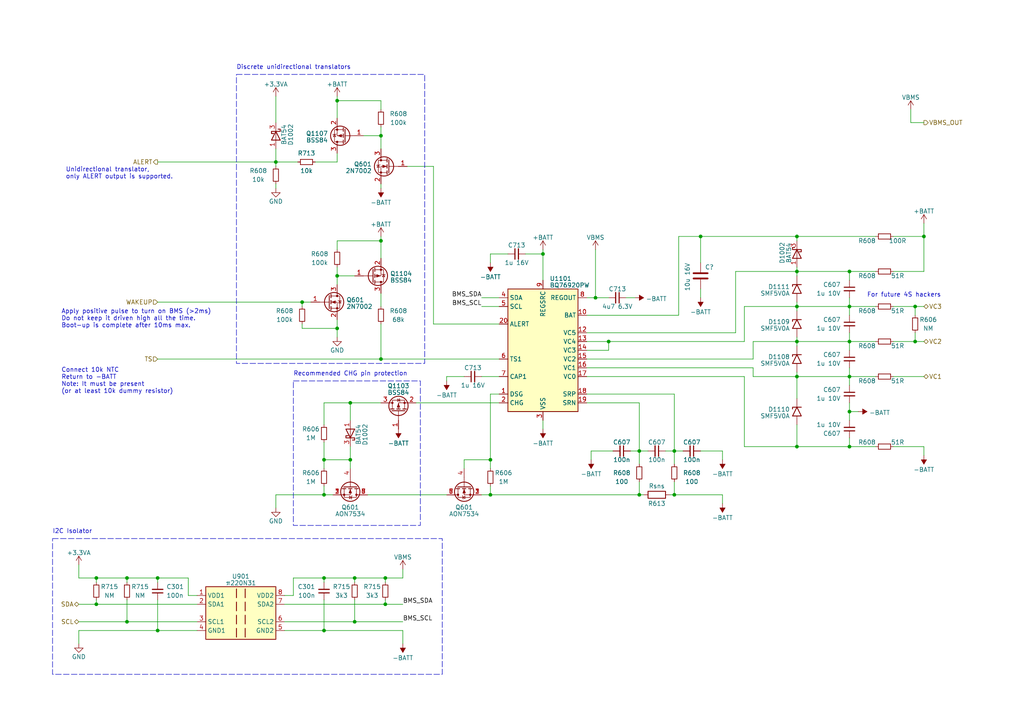
<source format=kicad_sch>
(kicad_sch (version 20230121) (generator eeschema)
  (paper "A4")
  (lib_symbols
    (symbol "Battery_Management:BQ76920PW"
      (property "Reference" "U" (at -10.16 19.05 0))
      (property "Value" "BQ76920PW" (at 12.7 19.05 0))
      (symbol "BQ76920PW_0_1"
        (rectangle (start -10.16 17.78) (end 10.16 -17.78) (stroke (width 0.254)) (fill (type background)))
      )
      (symbol "BQ76920PW_1_0"
        (pin input line (at 12.7 10.16 180) (length 2.54) (name "BAT") (number "10"))
        (pin no_connect line (at -2.54 -17.78 90) (length 2.54) hide (name "NC") (number "11"))
        (pin input line (at 12.7 5.08 180) (length 2.54) (name "VC5") (number "12"))
        (pin input line (at 12.7 2.54 180) (length 2.54) (name "VC4") (number "13"))
        (pin input line (at 12.7 0 180) (length 2.54) (name "VC3") (number "14"))
        (pin input line (at 12.7 -2.54 180) (length 2.54) (name "VC2") (number "15"))
        (pin input line (at 12.7 -5.08 180) (length 2.54) (name "VC1") (number "16"))
        (pin input line (at 12.7 -7.62 180) (length 2.54) (name "VC0") (number "17"))
        (pin input line (at 12.7 -12.7 180) (length 2.54) (name "SRP") (number "18"))
        (pin input line (at 12.7 -15.24 180) (length 2.54) (name "SRN") (number "19"))
        (pin bidirectional line (at -12.7 7.62 0) (length 2.54) (name "ALERT") (number "20"))
        (pin passive line (at -12.7 -2.54 0) (length 2.54) (name "TS1") (number "6"))
        (pin passive line (at -12.7 -7.62 0) (length 2.54) (name "CAP1") (number "7"))
        (pin power_out line (at 12.7 15.24 180) (length 2.54) (name "REGOUT") (number "8"))
        (pin power_in line (at 0 20.32 270) (length 2.54) (name "REGSRC") (number "9"))
      )
      (symbol "BQ76920PW_1_1"
        (pin output line (at -12.7 -12.7 0) (length 2.54) (name "DSG") (number "1"))
        (pin output line (at -12.7 -15.24 0) (length 2.54) (name "CHG") (number "2"))
        (pin power_in line (at 0 -20.32 90) (length 2.54) (name "VSS") (number "3"))
        (pin bidirectional line (at -12.7 15.24 0) (length 2.54) (name "SDA") (number "4"))
        (pin input line (at -12.7 12.7 0) (length 2.54) (name "SCL") (number "5"))
      )
    )
    (symbol "Device:C" (pin_numbers hide) (pin_names (offset 0.254))
      (property "Reference" "C" (at 0.635 2.54 0))
      (property "Value" "C" (at 0.635 -2.54 0))
      (symbol "C_0_1"
        (polyline (pts (xy -2.032 -0.762) (xy 2.032 -0.762)) (stroke (width 0.508)))
        (polyline (pts (xy -2.032 0.762) (xy 2.032 0.762)) (stroke (width 0.508)))
      )
      (symbol "C_1_1"
        (pin passive line (at 0 3.81 270) (length 2.794) (name "~") (number "1"))
        (pin passive line (at 0 -3.81 90) (length 2.794) (name "~") (number "2"))
      )
    )
    (symbol "Device:C_Small" (pin_numbers hide) (pin_names (offset 0.254) hide)
      (property "Reference" "C" (at 0.254 1.778 0))
      (property "Value" "C_Small" (at 0.254 -2.032 0))
      (symbol "C_Small_0_1"
        (polyline (pts (xy -1.524 -0.508) (xy 1.524 -0.508)) (stroke (width 0.3302)))
        (polyline (pts (xy -1.524 0.508) (xy 1.524 0.508)) (stroke (width 0.3048)))
      )
      (symbol "C_Small_1_1"
        (pin passive line (at 0 2.54 270) (length 2.032) (name "~") (number "1"))
        (pin passive line (at 0 -2.54 90) (length 2.032) (name "~") (number "2"))
      )
    )
    (symbol "Device:R" (pin_numbers hide) (pin_names (offset 0))
      (property "Reference" "R" (at 2.032 0 90))
      (property "Value" "R" (at 0 0 90))
      (symbol "R_0_1"
        (rectangle (start -1.016 -2.54) (end 1.016 2.54) (stroke (width 0.254)))
      )
      (symbol "R_1_1"
        (pin passive line (at 0 3.81 270) (length 1.27) (name "~") (number "1"))
        (pin passive line (at 0 -3.81 90) (length 1.27) (name "~") (number "2"))
      )
    )
    (symbol "Device:R_Small" (pin_numbers hide) (pin_names (offset 0.254) hide)
      (property "Reference" "R" (at 0.762 0.508 0))
      (property "Value" "R_Small" (at 0.762 -1.016 0))
      (symbol "R_Small_0_1"
        (rectangle (start -0.762 1.778) (end 0.762 -1.778) (stroke (width 0.2032)))
      )
      (symbol "R_Small_1_1"
        (pin passive line (at 0 2.54 270) (length 0.762) (name "~") (number "1"))
        (pin passive line (at 0 -2.54 90) (length 0.762) (name "~") (number "2"))
      )
    )
    (symbol "Diode:BAT54W" (pin_names (offset 1.016) hide)
      (property "Reference" "D" (at 0 2.54 0))
      (property "Value" "BAT54W" (at 0 -2.54 0))
      (symbol "BAT54W_0_1"
        (polyline (pts (xy 1.27 0) (xy -1.27 0)))
        (polyline (pts (xy 1.27 1.27) (xy 1.27 -1.27) (xy -1.27 0) (xy 1.27 1.27)) (stroke (width 0.254)))
        (polyline (pts (xy -1.905 0.635) (xy -1.905 1.27) (xy -1.27 1.27) (xy -1.27 -1.27) (xy -0.635 -1.27) (xy -0.635 -0.635)) (stroke (width 0.254)))
      )
      (symbol "BAT54W_1_1"
        (pin passive line (at 3.81 0 180) (length 2.54) (name "A") (number "1"))
        (pin no_connect line (at 0 0 90) (length 2.54) hide (name "NC") (number "2"))
        (pin passive line (at -3.81 0 0) (length 2.54) (name "K") (number "3"))
      )
    )
    (symbol "Diode:SMF5V0A" (pin_numbers hide) (pin_names (offset 1.016) hide)
      (property "Reference" "D" (at 0 2.54 0))
      (property "Value" "SMF5V0A" (at 0 -2.54 0))
      (symbol "SMF5V0A_0_1"
        (polyline (pts (xy -0.762 1.27) (xy -1.27 1.27) (xy -1.27 -1.27)) (stroke (width 0.254)))
        (polyline (pts (xy 1.27 1.27) (xy 1.27 -1.27) (xy -1.27 0) (xy 1.27 1.27)) (stroke (width 0.254)))
      )
      (symbol "SMF5V0A_1_1"
        (pin passive line (at -3.81 0 0) (length 2.54) (name "A1") (number "1"))
        (pin passive line (at 3.81 0 180) (length 2.54) (name "A2") (number "2"))
      )
    )
    (symbol "OpenUPS_ups:PAI220N31"
      (property "Reference" "U" (at 0 3.81 0))
      (property "Value" "π220N31" (at 0 1.27 0))
      (symbol "PAI220N31_0_1"
        (rectangle (start -10.16 0) (end 10.16 -15.24) (stroke (width 0.254)) (fill (type background)))
        (polyline (pts (xy -1.27 -12.065) (xy -1.27 -14.605)) (stroke (width 0.254)))
        (polyline (pts (xy -1.27 -8.255) (xy -1.27 -10.795)) (stroke (width 0.254)))
        (polyline (pts (xy -1.27 -4.445) (xy -1.27 -6.985)) (stroke (width 0.254)))
        (polyline (pts (xy -1.27 -0.635) (xy -1.27 -3.175)) (stroke (width 0.254)))
        (polyline (pts (xy 1.27 -12.065) (xy 1.27 -14.605)) (stroke (width 0.254)))
        (polyline (pts (xy 1.27 -8.255) (xy 1.27 -10.795)) (stroke (width 0.254)))
        (polyline (pts (xy 1.27 -4.445) (xy 1.27 -6.985)) (stroke (width 0.254)))
        (polyline (pts (xy 1.27 -0.635) (xy 1.27 -3.175)) (stroke (width 0.254)))
      )
      (symbol "PAI220N31_1_1"
        (pin power_in line (at -12.7 -2.54 0) (length 2.54) (name "VDD1") (number "1"))
        (pin bidirectional line (at -12.7 -5.08 0) (length 2.54) (name "SDA1") (number "2"))
        (pin bidirectional line (at -12.7 -10.16 0) (length 2.54) (name "SCL1") (number "3"))
        (pin power_in line (at -12.7 -12.7 0) (length 2.54) (name "GND1") (number "4"))
        (pin power_in line (at 12.7 -12.7 180) (length 2.54) (name "GND2") (number "5"))
        (pin bidirectional line (at 12.7 -10.16 180) (length 2.54) (name "SCL2") (number "6"))
        (pin bidirectional line (at 12.7 -5.08 180) (length 2.54) (name "SDA2") (number "7"))
        (pin power_in line (at 12.7 -2.54 180) (length 2.54) (name "VDD2") (number "8"))
      )
    )
    (symbol "Q_NMOS_GDS_1" (pin_names (offset 0) hide)
      (property "Reference" "Q406" (at 5.207 0.8347 0))
      (property "Value" "AON7534" (at 5.207 -1.7022 0))
      (symbol "Q_NMOS_GDS_1_0_1"
        (polyline (pts (xy 0.254 0) (xy -2.54 0)))
        (polyline (pts (xy 0.254 1.905) (xy 0.254 -1.905)) (stroke (width 0.254)))
        (polyline (pts (xy 0.762 -1.27) (xy 0.762 -2.286)) (stroke (width 0.254)))
        (polyline (pts (xy 0.762 0.508) (xy 0.762 -0.508)) (stroke (width 0.254)))
        (polyline (pts (xy 0.762 2.286) (xy 0.762 1.27)) (stroke (width 0.254)))
        (polyline (pts (xy 2.54 2.54) (xy 2.54 1.778)))
        (polyline (pts (xy 2.54 -2.54) (xy 2.54 0) (xy 0.762 0)))
        (polyline (pts (xy 0.762 -1.778) (xy 3.302 -1.778) (xy 3.302 1.778) (xy 0.762 1.778)))
        (polyline (pts (xy 1.016 0) (xy 2.032 0.381) (xy 2.032 -0.381) (xy 1.016 0)) (fill (type outline)))
        (polyline (pts (xy 2.794 0.508) (xy 2.921 0.381) (xy 3.683 0.381) (xy 3.81 0.254)))
        (polyline (pts (xy 3.302 0.381) (xy 2.921 -0.254) (xy 3.683 -0.254) (xy 3.302 0.381)))
        (circle (center 1.651 0) (radius 2.794) (stroke (width 0.254)))
        (circle (center 2.54 -1.778) (radius 0.254) (fill (type outline)))
        (circle (center 2.54 1.778) (radius 0.254) (fill (type outline)))
      )
      (symbol "Q_NMOS_GDS_1_1_1"
        (pin passive line (at 2.54 -5.08 90) (length 2.54) (name "S") (number "1"))
        (pin passive line (at 2.54 -5.08 90) (length 2.54) (name "S") (number "2"))
        (pin passive line (at 2.54 -5.08 90) (length 2.54) (name "S") (number "3"))
        (pin input line (at -5.08 0 0) (length 2.54) (name "G") (number "4"))
        (pin passive line (at 2.54 5.08 270) (length 2.54) (name "D") (number "5"))
        (pin passive line (at 2.54 5.08 270) (length 2.54) (name "D") (number "6"))
        (pin passive line (at 2.54 5.08 270) (length 2.54) (name "D") (number "7"))
        (pin passive line (at 2.54 5.08 270) (length 2.54) (name "D") (number "8"))
      )
    )
    (symbol "Transistor_FET:2N7002" (pin_names hide)
      (property "Reference" "Q" (at 5.08 1.905 0))
      (property "Value" "2N7002" (at 5.08 0 0))
      (symbol "2N7002_0_1"
        (polyline (pts (xy 0.254 0) (xy -2.54 0)))
        (polyline (pts (xy 0.254 1.905) (xy 0.254 -1.905)) (stroke (width 0.254)))
        (polyline (pts (xy 0.762 -1.27) (xy 0.762 -2.286)) (stroke (width 0.254)))
        (polyline (pts (xy 0.762 0.508) (xy 0.762 -0.508)) (stroke (width 0.254)))
        (polyline (pts (xy 0.762 2.286) (xy 0.762 1.27)) (stroke (width 0.254)))
        (polyline (pts (xy 2.54 2.54) (xy 2.54 1.778)))
        (polyline (pts (xy 2.54 -2.54) (xy 2.54 0) (xy 0.762 0)))
        (polyline (pts (xy 0.762 -1.778) (xy 3.302 -1.778) (xy 3.302 1.778) (xy 0.762 1.778)))
        (polyline (pts (xy 1.016 0) (xy 2.032 0.381) (xy 2.032 -0.381) (xy 1.016 0)) (fill (type outline)))
        (polyline (pts (xy 2.794 0.508) (xy 2.921 0.381) (xy 3.683 0.381) (xy 3.81 0.254)))
        (polyline (pts (xy 3.302 0.381) (xy 2.921 -0.254) (xy 3.683 -0.254) (xy 3.302 0.381)))
        (circle (center 1.651 0) (radius 2.794) (stroke (width 0.254)))
        (circle (center 2.54 -1.778) (radius 0.254) (fill (type outline)))
        (circle (center 2.54 1.778) (radius 0.254) (fill (type outline)))
      )
      (symbol "2N7002_1_1"
        (pin input line (at -5.08 0 0) (length 2.54) (name "G") (number "1"))
        (pin passive line (at 2.54 -5.08 90) (length 2.54) (name "S") (number "2"))
        (pin passive line (at 2.54 5.08 270) (length 2.54) (name "D") (number "3"))
      )
    )
    (symbol "Transistor_FET:BSS84" (pin_names hide)
      (property "Reference" "Q" (at 5.08 1.905 0))
      (property "Value" "BSS84" (at 5.08 0 0))
      (symbol "BSS84_0_1"
        (polyline (pts (xy 0.254 0) (xy -2.54 0)))
        (polyline (pts (xy 0.254 1.905) (xy 0.254 -1.905)) (stroke (width 0.254)))
        (polyline (pts (xy 0.762 -1.27) (xy 0.762 -2.286)) (stroke (width 0.254)))
        (polyline (pts (xy 0.762 0.508) (xy 0.762 -0.508)) (stroke (width 0.254)))
        (polyline (pts (xy 0.762 2.286) (xy 0.762 1.27)) (stroke (width 0.254)))
        (polyline (pts (xy 2.54 2.54) (xy 2.54 1.778)))
        (polyline (pts (xy 2.54 -2.54) (xy 2.54 0) (xy 0.762 0)))
        (polyline (pts (xy 0.762 1.778) (xy 3.302 1.778) (xy 3.302 -1.778) (xy 0.762 -1.778)))
        (polyline (pts (xy 2.286 0) (xy 1.27 0.381) (xy 1.27 -0.381) (xy 2.286 0)) (fill (type outline)))
        (polyline (pts (xy 2.794 -0.508) (xy 2.921 -0.381) (xy 3.683 -0.381) (xy 3.81 -0.254)))
        (polyline (pts (xy 3.302 -0.381) (xy 2.921 0.254) (xy 3.683 0.254) (xy 3.302 -0.381)))
        (circle (center 1.651 0) (radius 2.794) (stroke (width 0.254)))
        (circle (center 2.54 -1.778) (radius 0.254) (fill (type outline)))
        (circle (center 2.54 1.778) (radius 0.254) (fill (type outline)))
      )
      (symbol "BSS84_1_1"
        (pin input line (at -5.08 0 0) (length 2.54) (name "G") (number "1"))
        (pin passive line (at 2.54 -5.08 90) (length 2.54) (name "S") (number "2"))
        (pin passive line (at 2.54 5.08 270) (length 2.54) (name "D") (number "3"))
      )
    )
    (symbol "power:+3.3VA" (power) (pin_names (offset 0))
      (property "Value" "+3.3VA" (at 0 3.556 0))
      (symbol "+3.3VA_0_1"
        (polyline (pts (xy -0.762 1.27) (xy 0 2.54)))
        (polyline (pts (xy 0 0) (xy 0 2.54)))
        (polyline (pts (xy 0 2.54) (xy 0.762 1.27)))
      )
      (symbol "+3.3VA_1_1"
        (pin power_in line (at 0 0 90) (length 0) hide (name "+3.3VA") (number "1"))
      )
    )
    (symbol "power:+BATT" (power) (pin_names (offset 0))
      (property "Value" "+BATT" (at 0 3.556 0))
      (symbol "+BATT_0_1"
        (polyline (pts (xy -0.762 1.27) (xy 0 2.54)))
        (polyline (pts (xy 0 0) (xy 0 2.54)))
        (polyline (pts (xy 0 2.54) (xy 0.762 1.27)))
      )
      (symbol "+BATT_1_1"
        (pin power_in line (at 0 0 90) (length 0) hide (name "+BATT") (number "1"))
      )
    )
    (symbol "power:-BATT" (power) (pin_names (offset 0))
      (property "Value" "-BATT" (at 0 3.556 0))
      (symbol "-BATT_0_1"
        (polyline (pts (xy 0 0) (xy 0 2.54)))
        (polyline (pts (xy 0.762 1.27) (xy -0.762 1.27) (xy 0 2.54) (xy 0.762 1.27)) (fill (type outline)))
      )
      (symbol "-BATT_1_1"
        (pin power_in line (at 0 0 90) (length 0) hide (name "-BATT") (number "1"))
      )
    )
    (symbol "power:GND" (power) (pin_names (offset 0))
      (property "Value" "GND" (at 0 -3.81 0))
      (symbol "GND_0_1"
        (polyline (pts (xy 0 0) (xy 0 -1.27) (xy 1.27 -1.27) (xy 0 -2.54) (xy -1.27 -1.27) (xy 0 -1.27)))
      )
      (symbol "GND_1_1"
        (pin power_in line (at 0 0 270) (length 0) hide (name "GND") (number "1"))
      )
    )
    (symbol "power:VDD" (power) (pin_names (offset 0))
      (property "Value" "VBMS" (at 0 3.5019 0))
      (symbol "VDD_0_1"
        (polyline (pts (xy -0.762 1.27) (xy 0 2.54)))
        (polyline (pts (xy 0 0) (xy 0 2.54)))
        (polyline (pts (xy 0 2.54) (xy 0.762 1.27)))
      )
      (symbol "VDD_1_1"
        (pin power_in line (at 0 0 90) (length 0) hide (name "VBMS") (number "1"))
      )
    )
  )
  (junction (at 231.14 109.22))
  (junction (at 265.43 88.9))
  (junction (at 231.14 88.9))
  (junction (at 97.79 95.25))
  (junction (at 111.76 167.64))
  (junction (at 265.43 99.06))
  (junction (at 157.48 73.66))
  (junction (at 231.14 129.54))
  (junction (at 87.63 87.63))
  (junction (at 97.79 29.21))
  (junction (at 110.49 69.85))
  (junction (at 195.58 143.51))
  (junction (at 93.98 143.51))
  (junction (at 185.42 130.81))
  (junction (at 111.76 175.26))
  (junction (at 231.14 78.74))
  (junction (at 246.38 99.06))
  (junction (at 231.14 68.58))
  (junction (at 27.94 167.64))
  (junction (at 27.94 175.26))
  (junction (at 45.72 167.64))
  (junction (at 45.72 182.88))
  (junction (at 246.38 88.9))
  (junction (at 93.98 182.88))
  (junction (at 101.6 116.84))
  (junction (at 246.38 119.38))
  (junction (at 110.49 39.37))
  (junction (at 172.72 86.36))
  (junction (at 101.6 133.35))
  (junction (at 142.24 143.51))
  (junction (at 93.98 133.35))
  (junction (at 36.83 180.34))
  (junction (at 142.24 133.35))
  (junction (at 195.58 130.81))
  (junction (at 246.38 109.22))
  (junction (at 267.97 68.58))
  (junction (at 231.14 99.06))
  (junction (at 36.83 167.64))
  (junction (at 110.49 104.14))
  (junction (at 246.38 129.54))
  (junction (at 246.38 78.74))
  (junction (at 185.42 143.51))
  (junction (at 80.01 46.99))
  (junction (at 176.53 99.06))
  (junction (at 97.79 80.01))
  (junction (at 102.87 167.64))
  (junction (at 93.98 167.64))
  (junction (at 102.87 180.34))
  (junction (at 203.2 68.58))
  (wire (pts (xy 259.08 99.06) (xy 265.43 99.06)))
  (wire (pts (xy 246.38 119.38) (xy 246.38 121.92)))
  (wire (pts (xy 196.85 68.58) (xy 196.85 91.44)))
  (wire (pts (xy 97.79 46.99) (xy 97.79 44.45)))
  (wire (pts (xy 267.97 64.77) (xy 267.97 68.58)))
  (wire (pts (xy 102.87 80.01) (xy 97.79 80.01)))
  (wire (pts (xy 27.94 175.26) (xy 57.15 175.26)))
  (wire (pts (xy 45.72 182.88) (xy 57.15 182.88)))
  (wire (pts (xy 80.01 143.51) (xy 80.01 147.32)))
  (wire (pts (xy 157.48 121.92) (xy 157.48 124.46)))
  (wire (pts (xy 105.41 39.37) (xy 110.49 39.37)))
  (wire (pts (xy 181.61 86.36) (xy 184.15 86.36)))
  (wire (pts (xy 264.16 35.56) (xy 267.97 35.56)))
  (wire (pts (xy 80.01 27.94) (xy 80.01 35.56)))
  (wire (pts (xy 87.63 87.63) (xy 87.63 88.9)))
  (wire (pts (xy 97.79 92.71) (xy 97.79 95.25)))
  (wire (pts (xy 265.43 99.06) (xy 267.97 99.06)))
  (wire (pts (xy 93.98 167.64) (xy 85.09 167.64)))
  (wire (pts (xy 111.76 168.91) (xy 111.76 167.64)))
  (wire (pts (xy 213.36 96.52) (xy 213.36 78.74)))
  (wire (pts (xy 110.49 69.85) (xy 110.49 74.93)))
  (wire (pts (xy 110.49 31.75) (xy 110.49 29.21)))
  (wire (pts (xy 85.09 172.72) (xy 82.55 172.72)))
  (wire (pts (xy 125.73 48.26) (xy 125.73 93.98)))
  (wire (pts (xy 215.9 109.22) (xy 215.9 129.54)))
  (wire (pts (xy 111.76 167.64) (xy 102.87 167.64)))
  (wire (pts (xy 176.53 99.06) (xy 176.53 101.6)))
  (wire (pts (xy 101.6 133.35) (xy 101.6 129.54)))
  (wire (pts (xy 97.79 80.01) (xy 97.79 82.55)))
  (wire (pts (xy 93.98 135.89) (xy 93.98 133.35)))
  (wire (pts (xy 203.2 68.58) (xy 203.2 76.2)))
  (wire (pts (xy 87.63 95.25) (xy 97.79 95.25)))
  (wire (pts (xy 195.58 143.51) (xy 209.55 143.51)))
  (wire (pts (xy 246.38 116.84) (xy 246.38 119.38)))
  (wire (pts (xy 139.7 109.22) (xy 144.78 109.22)))
  (wire (pts (xy 91.44 46.99) (xy 97.79 46.99)))
  (wire (pts (xy 93.98 182.88) (xy 82.55 182.88)))
  (wire (pts (xy 97.79 29.21) (xy 97.79 34.29)))
  (wire (pts (xy 195.58 130.81) (xy 193.04 130.81)))
  (wire (pts (xy 185.42 139.7) (xy 185.42 143.51)))
  (wire (pts (xy 231.14 78.74) (xy 246.38 78.74)))
  (wire (pts (xy 172.72 86.36) (xy 176.53 86.36)))
  (wire (pts (xy 45.72 104.14) (xy 110.49 104.14)))
  (wire (pts (xy 139.7 86.36) (xy 144.78 86.36)))
  (wire (pts (xy 102.87 180.34) (xy 82.55 180.34)))
  (wire (pts (xy 264.16 31.75) (xy 264.16 35.56)))
  (wire (pts (xy 246.38 129.54) (xy 254 129.54)))
  (wire (pts (xy 45.72 46.99) (xy 80.01 46.99)))
  (wire (pts (xy 259.08 68.58) (xy 267.97 68.58)))
  (wire (pts (xy 101.6 116.84) (xy 110.49 116.84)))
  (wire (pts (xy 93.98 173.99) (xy 93.98 182.88)))
  (wire (pts (xy 215.9 99.06) (xy 215.9 88.9)))
  (wire (pts (xy 195.58 130.81) (xy 195.58 134.62)))
  (wire (pts (xy 134.62 135.89) (xy 134.62 133.35)))
  (wire (pts (xy 195.58 114.3) (xy 170.18 114.3)))
  (wire (pts (xy 218.44 104.14) (xy 218.44 99.06)))
  (wire (pts (xy 45.72 87.63) (xy 87.63 87.63)))
  (wire (pts (xy 87.63 87.63) (xy 90.17 87.63)))
  (wire (pts (xy 36.83 173.99) (xy 36.83 180.34)))
  (wire (pts (xy 177.8 130.81) (xy 171.45 130.81)))
  (wire (pts (xy 139.7 88.9) (xy 144.78 88.9)))
  (wire (pts (xy 110.49 104.14) (xy 144.78 104.14)))
  (wire (pts (xy 101.6 121.92) (xy 101.6 116.84)))
  (wire (pts (xy 45.72 167.64) (xy 54.61 167.64)))
  (wire (pts (xy 142.24 76.2) (xy 142.24 73.66)))
  (wire (pts (xy 259.08 88.9) (xy 265.43 88.9)))
  (wire (pts (xy 231.14 88.9) (xy 246.38 88.9)))
  (wire (pts (xy 80.01 46.99) (xy 80.01 43.18)))
  (wire (pts (xy 102.87 173.99) (xy 102.87 180.34)))
  (wire (pts (xy 265.43 96.52) (xy 265.43 99.06)))
  (wire (pts (xy 110.49 68.58) (xy 110.49 69.85)))
  (wire (pts (xy 231.14 99.06) (xy 246.38 99.06)))
  (wire (pts (xy 142.24 143.51) (xy 185.42 143.51)))
  (wire (pts (xy 111.76 167.64) (xy 116.84 167.64)))
  (wire (pts (xy 265.43 88.9) (xy 267.97 88.9)))
  (wire (pts (xy 22.86 182.88) (xy 22.86 186.69)))
  (wire (pts (xy 116.84 165.1) (xy 116.84 167.64)))
  (wire (pts (xy 87.63 93.98) (xy 87.63 95.25)))
  (wire (pts (xy 231.14 87.63) (xy 231.14 88.9)))
  (wire (pts (xy 110.49 39.37) (xy 110.49 36.83)))
  (wire (pts (xy 231.14 109.22) (xy 231.14 115.57)))
  (wire (pts (xy 203.2 130.81) (xy 209.55 130.81)))
  (wire (pts (xy 36.83 168.91) (xy 36.83 167.64)))
  (wire (pts (xy 187.96 130.81) (xy 185.42 130.81)))
  (wire (pts (xy 231.14 107.95) (xy 231.14 109.22)))
  (wire (pts (xy 142.24 133.35) (xy 134.62 133.35)))
  (wire (pts (xy 102.87 168.91) (xy 102.87 167.64)))
  (wire (pts (xy 97.79 69.85) (xy 110.49 69.85)))
  (wire (pts (xy 218.44 109.22) (xy 231.14 109.22)))
  (wire (pts (xy 246.38 88.9) (xy 254 88.9)))
  (wire (pts (xy 36.83 180.34) (xy 57.15 180.34)))
  (wire (pts (xy 195.58 130.81) (xy 198.12 130.81)))
  (wire (pts (xy 246.38 99.06) (xy 246.38 101.6)))
  (wire (pts (xy 218.44 99.06) (xy 231.14 99.06)))
  (wire (pts (xy 97.79 80.01) (xy 97.79 77.47)))
  (wire (pts (xy 231.14 99.06) (xy 231.14 100.33)))
  (wire (pts (xy 97.79 27.94) (xy 97.79 29.21)))
  (wire (pts (xy 157.48 72.39) (xy 157.48 73.66)))
  (wire (pts (xy 231.14 123.19) (xy 231.14 129.54)))
  (wire (pts (xy 97.79 72.39) (xy 97.79 69.85)))
  (wire (pts (xy 45.72 167.64) (xy 45.72 168.91)))
  (wire (pts (xy 215.9 129.54) (xy 231.14 129.54)))
  (wire (pts (xy 22.86 180.34) (xy 36.83 180.34)))
  (wire (pts (xy 259.08 109.22) (xy 267.97 109.22)))
  (wire (pts (xy 93.98 128.27) (xy 93.98 133.35)))
  (wire (pts (xy 27.94 167.64) (xy 36.83 167.64)))
  (wire (pts (xy 93.98 123.19) (xy 93.98 116.84)))
  (wire (pts (xy 110.49 85.09) (xy 110.49 88.9)))
  (wire (pts (xy 80.01 53.34) (xy 80.01 54.61)))
  (wire (pts (xy 185.42 143.51) (xy 186.69 143.51)))
  (wire (pts (xy 45.72 173.99) (xy 45.72 182.88)))
  (wire (pts (xy 182.88 130.81) (xy 185.42 130.81)))
  (wire (pts (xy 93.98 133.35) (xy 101.6 133.35)))
  (wire (pts (xy 267.97 68.58) (xy 267.97 78.74)))
  (wire (pts (xy 209.55 143.51) (xy 209.55 146.05)))
  (wire (pts (xy 157.48 81.28) (xy 157.48 73.66)))
  (wire (pts (xy 259.08 78.74) (xy 267.97 78.74)))
  (wire (pts (xy 176.53 99.06) (xy 215.9 99.06)))
  (wire (pts (xy 195.58 114.3) (xy 195.58 130.81)))
  (wire (pts (xy 170.18 104.14) (xy 218.44 104.14)))
  (wire (pts (xy 246.38 86.36) (xy 246.38 88.9)))
  (wire (pts (xy 85.09 167.64) (xy 85.09 172.72)))
  (wire (pts (xy 231.14 68.58) (xy 231.14 69.85)))
  (wire (pts (xy 111.76 175.26) (xy 82.55 175.26)))
  (wire (pts (xy 93.98 143.51) (xy 96.52 143.51)))
  (wire (pts (xy 170.18 106.68) (xy 218.44 106.68)))
  (wire (pts (xy 110.49 93.98) (xy 110.49 104.14)))
  (wire (pts (xy 246.38 119.38) (xy 248.92 119.38)))
  (wire (pts (xy 120.65 116.84) (xy 144.78 116.84)))
  (wire (pts (xy 231.14 109.22) (xy 246.38 109.22)))
  (wire (pts (xy 27.94 173.99) (xy 27.94 175.26)))
  (wire (pts (xy 97.79 95.25) (xy 97.79 97.79)))
  (wire (pts (xy 203.2 68.58) (xy 231.14 68.58)))
  (wire (pts (xy 129.54 109.22) (xy 134.62 109.22)))
  (wire (pts (xy 102.87 167.64) (xy 93.98 167.64)))
  (wire (pts (xy 152.4 73.66) (xy 157.48 73.66)))
  (wire (pts (xy 116.84 182.88) (xy 116.84 186.69)))
  (wire (pts (xy 142.24 114.3) (xy 144.78 114.3)))
  (wire (pts (xy 139.7 143.51) (xy 142.24 143.51)))
  (wire (pts (xy 259.08 129.54) (xy 267.97 129.54)))
  (wire (pts (xy 93.98 116.84) (xy 101.6 116.84)))
  (wire (pts (xy 54.61 172.72) (xy 57.15 172.72)))
  (wire (pts (xy 231.14 77.47) (xy 231.14 78.74)))
  (wire (pts (xy 246.38 106.68) (xy 246.38 109.22)))
  (wire (pts (xy 116.84 180.34) (xy 102.87 180.34)))
  (wire (pts (xy 215.9 88.9) (xy 231.14 88.9)))
  (wire (pts (xy 231.14 97.79) (xy 231.14 99.06)))
  (wire (pts (xy 194.31 143.51) (xy 195.58 143.51)))
  (wire (pts (xy 267.97 129.54) (xy 267.97 132.08)))
  (wire (pts (xy 213.36 78.74) (xy 231.14 78.74)))
  (wire (pts (xy 185.42 130.81) (xy 185.42 134.62)))
  (wire (pts (xy 171.45 130.81) (xy 171.45 133.35)))
  (wire (pts (xy 170.18 91.44) (xy 196.85 91.44)))
  (wire (pts (xy 22.86 163.83) (xy 22.86 167.64)))
  (wire (pts (xy 101.6 135.89) (xy 101.6 133.35)))
  (wire (pts (xy 116.84 175.26) (xy 111.76 175.26)))
  (wire (pts (xy 231.14 68.58) (xy 254 68.58)))
  (wire (pts (xy 196.85 68.58) (xy 203.2 68.58)))
  (wire (pts (xy 93.98 167.64) (xy 93.98 168.91)))
  (wire (pts (xy 231.14 129.54) (xy 246.38 129.54)))
  (wire (pts (xy 80.01 143.51) (xy 93.98 143.51)))
  (wire (pts (xy 27.94 168.91) (xy 27.94 167.64)))
  (wire (pts (xy 110.49 53.34) (xy 110.49 54.61)))
  (wire (pts (xy 172.72 86.36) (xy 172.72 72.39)))
  (wire (pts (xy 129.54 109.22) (xy 129.54 110.49)))
  (wire (pts (xy 185.42 116.84) (xy 170.18 116.84)))
  (wire (pts (xy 246.38 129.54) (xy 246.38 127)))
  (wire (pts (xy 209.55 130.81) (xy 209.55 133.35)))
  (wire (pts (xy 125.73 93.98) (xy 144.78 93.98)))
  (wire (pts (xy 125.73 48.26) (xy 118.11 48.26)))
  (wire (pts (xy 36.83 167.64) (xy 45.72 167.64)))
  (wire (pts (xy 265.43 88.9) (xy 265.43 91.44)))
  (wire (pts (xy 142.24 140.97) (xy 142.24 143.51)))
  (wire (pts (xy 80.01 46.99) (xy 80.01 48.26)))
  (wire (pts (xy 111.76 173.99) (xy 111.76 175.26)))
  (wire (pts (xy 142.24 73.66) (xy 147.32 73.66)))
  (wire (pts (xy 170.18 101.6) (xy 176.53 101.6)))
  (wire (pts (xy 110.49 29.21) (xy 97.79 29.21)))
  (wire (pts (xy 246.38 88.9) (xy 246.38 91.44)))
  (wire (pts (xy 203.2 86.36) (xy 203.2 83.82)))
  (wire (pts (xy 231.14 88.9) (xy 231.14 90.17)))
  (wire (pts (xy 246.38 109.22) (xy 254 109.22)))
  (wire (pts (xy 170.18 109.22) (xy 215.9 109.22)))
  (wire (pts (xy 246.38 96.52) (xy 246.38 99.06)))
  (wire (pts (xy 22.86 167.64) (xy 27.94 167.64)))
  (wire (pts (xy 142.24 133.35) (xy 142.24 114.3)))
  (wire (pts (xy 110.49 39.37) (xy 110.49 43.18)))
  (wire (pts (xy 22.86 175.26) (xy 27.94 175.26)))
  (wire (pts (xy 106.68 143.51) (xy 129.54 143.51)))
  (wire (pts (xy 246.38 78.74) (xy 246.38 81.28)))
  (wire (pts (xy 170.18 86.36) (xy 172.72 86.36)))
  (wire (pts (xy 116.84 182.88) (xy 93.98 182.88)))
  (wire (pts (xy 54.61 167.64) (xy 54.61 172.72)))
  (wire (pts (xy 231.14 78.74) (xy 231.14 80.01)))
  (wire (pts (xy 170.18 96.52) (xy 213.36 96.52)))
  (wire (pts (xy 246.38 78.74) (xy 254 78.74)))
  (wire (pts (xy 195.58 143.51) (xy 195.58 139.7)))
  (wire (pts (xy 218.44 106.68) (xy 218.44 109.22)))
  (wire (pts (xy 142.24 135.89) (xy 142.24 133.35)))
  (wire (pts (xy 93.98 140.97) (xy 93.98 143.51)))
  (wire (pts (xy 86.36 46.99) (xy 80.01 46.99)))
  (wire (pts (xy 170.18 99.06) (xy 176.53 99.06)))
  (wire (pts (xy 246.38 99.06) (xy 254 99.06)))
  (wire (pts (xy 185.42 116.84) (xy 185.42 130.81)))
  (wire (pts (xy 246.38 109.22) (xy 246.38 111.76)))
  (wire (pts (xy 22.86 182.88) (xy 45.72 182.88)))
  (rectangle (start 68.58 21.59) (end 123.19 105.41) (stroke (width 0) (type dash)))
  (rectangle (start 15.24 156.21) (end 128.27 195.58) (stroke (width 0) (type dash)))
  (rectangle (start 85.09 110.49) (end 121.92 152.4) (stroke (width 0) (type dash)))
  (text "For future 4S hackers" (at 251.46 86.36 0) (effects (font (size 1.27 1.27)) (justify left bottom)))
  (text "I2C Isolator" (at 15.24 154.94 0) (effects (font (size 1.27 1.27)) (justify left bottom)))
  (text "Discrete unidirectional translators" (at 68.58 20.32 0) (effects (font (size 1.27 1.27)) (justify left bottom)))
  (text "Connect 10k NTC\nReturn to -BATT\nNote: It must be present\n(or at least 10k dummy resistor)" (at 17.78 114.3 0) (effects (font (size 1.27 1.27)) (justify left bottom)))
  (text "Recommended CHG pin protection" (at 85.09 109.22 0) (effects (font (size 1.27 1.27)) (justify left bottom)))
  (text "Apply positive pulse to turn on BMS (>2ms)\nDo not keep it driven high all the time.\nBoot-up is complete after 10ms max." (at 17.78 95.25 0) (effects (font (size 1.27 1.27)) (justify left bottom)))
  (text "Unidirectional translator,\nonly ALERT output is supported." (at 19.05 52.07 0) (effects (font (size 1.27 1.27)) (justify left bottom)))
  (label "BMS_SDA" (at 116.84 175.26 0))
  (label "BMS_SCL" (at 116.84 180.34 0))
  (label "BMS_SDA" (at 139.7 86.36 180))
  (label "BMS_SCL" (at 139.7 88.9 180))
  (hierarchical_label "WAKEUP" (shape input) (at 45.72 87.63 180))
  (hierarchical_label "VC1" (shape bidirectional) (at 267.97 109.22 0))
  (hierarchical_label "TS" (shape input) (at 45.72 104.14 180))
  (hierarchical_label "VC2" (shape bidirectional) (at 267.97 99.06 0))
  (hierarchical_label "SDA" (shape bidirectional) (at 22.86 175.26 180))
  (hierarchical_label "ALERT" (shape output) (at 45.72 46.99 180))
  (hierarchical_label "VBMS_OUT" (shape output) (at 267.97 35.56 0))
  (hierarchical_label "VC3" (shape bidirectional) (at 267.97 88.9 0))
  (hierarchical_label "SCL" (shape bidirectional) (at 22.86 180.34 180))
  (symbol (lib_id "power:-BATT") (at 142.24 76.2 0) (mirror x) (unit 1)
    (property "Reference" "#PWR01111" (effects hide))
    (property "Value" "-BATT" (at 142.24 80.3355 0))
  )
  (symbol (lib_id "Device:R_Small") (at 185.42 137.16 0) (unit 1)
    (property "Reference" "R608" (at 180.34 137.16 0))
    (property "Value" "100" (at 180.34 139.7 0))
    (property "Footprint" "Resistor_SMD:R_0603_1608Metric" (effects hide))
    (instances (project "OpenUPS_ups" (path "" (reference "R608") (unit 1)) (path "" (reference "R308") (unit 1)) (path "" (reference "R1118") (unit 1))))
  )
  (symbol (lib_id "OpenUPS_ups:PAI220N31") (at 69.85 170.18 0) (unit 1)
    (property "Reference" "U901" (at 69.85 167.1701 0))
    (property "Value" "π220N31" (at 69.85 169.0911 0))
    (property "Footprint" "Package_SO:SO-8_3.9x4.9mm_P1.27mm" (effects hide))
    (property "Datasheet" "https://www.tme.eu/Document/b2dfe7c1441ab8d65542feb71da7e703/PAI22xN31.pdf" (effects hide))
    (property "Alt" "ADUM1250, ISO1640" (effects hide))
    (instances (project "OpenUPS_ups" (path "" (reference "U901") (unit 1)) (path "" (reference "U1102") (unit 1))))
  )
  (symbol (lib_id "Device:C_Small") (at 246.38 124.46 180) (unit 1)
    (property "Reference" "C607" (at 243.84 125.73 0) (effects (justify left)))
    (property "Value" "1u 10V" (at 243.84 123.19 0) (effects (justify left)))
    (property "Footprint" "Capacitor_SMD:C_0603_1608Metric" (effects hide))
    (instances (project "OpenUPS_ups" (path "" (reference "C607") (unit 1)) (path "" (reference "C307") (unit 1)) (path "" (reference "C1110") (unit 1))))
  )
  (symbol (lib_id "power:-BATT") (at 267.97 132.08 0) (mirror x) (unit 1)
    (property "Reference" "#PWR01117" (effects hide))
    (property "Value" "-BATT" (at 267.97 136.2155 0))
  )
  (symbol (lib_id "power:GND") (at 22.86 186.69 0) (unit 1)
    (property "Reference" "#PWR0102" (effects hide))
    (property "Value" "GND" (at 22.86 190.5 0))
    (instances (project "OpenUPS_ups" (path "" (reference "#PWR0102") (unit 1)) (path "" (reference "#PWR0505") (unit 1)) (path "" (reference "#PWR0902") (unit 1)) (path "" (reference "#PWR01107") (unit 1))))
  )
  (symbol (lib_id "power:-BATT") (at 157.48 124.46 0) (mirror x) (unit 1)
    (property "Reference" "#PWR01115" (effects hide))
    (property "Value" "-BATT" (at 157.48 128.5955 0))
  )
  (symbol (lib_id "Diode:BAT54W") (at 231.14 73.66 90) (mirror x) (unit 1)
    (property "Reference" "D1002" (at 226.8601 73.3425 0))
    (property "Value" "BAT54" (at 228.7811 73.3425 0))
    (property "Footprint" "Package_TO_SOT_SMD:SOT-23" (effects hide))
    (property "Datasheet" "https://assets.nexperia.com/documents/data-sheet/BAT54W_SER.pdf" (effects hide))
    (property "Alt" "BAT54C, BAT54S" (effects hide))
    (instances (project "OpenUPS_ups" (path "" (reference "D1002") (unit 1)) (path "" (reference "D501") (unit 1)) (path "" (reference "D1112") (unit 1))))
  )
  (symbol (lib_id "power:+3.3VA") (at 80.01 27.94 0) (mirror y) (unit 1)
    (property "Reference" "#PWR0102" (effects hide))
    (property "Value" "+3.3VA" (at 80.01 24.4381 0))
    (instances (project "OpenUPS_ups" (path "" (reference "#PWR0102") (unit 1)) (path "" (reference "#PWR0432") (unit 1)) (path "" (reference "#PWR0901") (unit 1)) (path "" (reference "#PWR01128") (unit 1))))
  )
  (symbol (lib_id "power:-BATT") (at 129.54 110.49 0) (mirror x) (unit 1)
    (property "Reference" "#PWR01123" (effects hide))
    (property "Value" "-BATT" (at 129.54 114.6255 0))
  )
  (symbol (lib_id "Device:C_Small") (at 246.38 93.98 0) (mirror y) (unit 1)
    (property "Reference" "C607" (at 243.84 92.71 0) (effects (justify left)))
    (property "Value" "1u 10V" (at 243.84 95.25 0) (effects (justify left)))
    (property "Footprint" "Capacitor_SMD:C_0603_1608Metric" (effects hide))
    (instances (project "OpenUPS_ups" (path "" (reference "C607") (unit 1)) (path "" (reference "C307") (unit 1)) (path "" (reference "C1107") (unit 1))))
  )
  (symbol (lib_id "power:VDD") (at 172.72 72.39 0) (mirror y) (unit 1)
    (property "Reference" "#PWR01110" (effects hide))
    (property "Value" "VBMS" (at 172.72 68.8881 0))
  )
  (symbol (lib_id "Device:R_Small") (at 142.24 138.43 0) (mirror x) (unit 1)
    (property "Reference" "R606" (at 146.05 137.16 0))
    (property "Value" "1M" (at 146.05 139.7 0))
    (property "Footprint" "Resistor_SMD:R_0603_1608Metric" (effects hide))
    (instances (project "OpenUPS_ups" (path "" (reference "R606") (unit 1)) (path "" (reference "R306") (unit 1)) (path "" (reference "R1119") (unit 1))))
  )
  (symbol (lib_id "Device:R_Small") (at 88.9 46.99 90) (mirror x) (unit 1)
    (property "Reference" "R713" (at 88.9 44.45 90))
    (property "Value" "10k" (at 88.9 49.53 90))
    (property "Footprint" "Resistor_SMD:R_0603_1608Metric" (effects hide))
    (instances (project "OpenUPS_ups" (path "" (reference "R713") (unit 1)) (path "" (reference "R408") (unit 1)) (path "" (reference "R411") (unit 1)) (path "" (reference "R1126") (unit 1))))
  )
  (symbol (lib_id "Device:C") (at 203.2 80.01 0) (mirror y) (unit 1)
    (property "Reference" "C?" (at 204.47 77.47 0) (effects (justify right)))
    (property "Value" "10u 16V" (at 199.39 76.2 90) (effects (justify right)))
    (property "Footprint" "Capacitor_SMD:C_1206_3216Metric" (effects hide))
    (instances (project "OpenUPS_ups" (path "" (reference "C?") (unit 1)) (path "" (reference "C416") (unit 1)) (path "" (reference "C1105") (unit 1))))
  )
  (symbol (lib_id "Device:R_Small") (at 111.76 171.45 180) (unit 1)
    (property "Reference" "R715" (at 107.95 170.18 0))
    (property "Value" "3k3" (at 107.95 172.72 0))
    (property "Footprint" "Resistor_SMD:R_0603_1608Metric" (effects hide))
    (instances (project "OpenUPS_ups" (path "" (reference "R715") (unit 1)) (path "" (reference "R413") (unit 1)) (path "" (reference "R438") (unit 1)) (path "" (reference "R901") (unit 1)) (path "" (reference "R1106") (unit 1))))
  )
  (symbol (lib_id "Device:R_Small") (at 256.54 99.06 90) (unit 1)
    (property "Reference" "R608" (at 251.46 100.33 90))
    (property "Value" "51R" (at 260.35 100.33 90))
    (property "Footprint" "Resistor_SMD:R_0603_1608Metric" (effects hide))
    (instances (project "OpenUPS_ups" (path "" (reference "R608") (unit 1)) (path "" (reference "R308") (unit 1)) (path "" (reference "R1114") (unit 1))))
  )
  (symbol (lib_id "Transistor_FET:BSS84") (at 107.95 80.01 0) (mirror x) (unit 1)
    (property "Reference" "Q1104" (at 113.1569 79.3663 0) (effects (justify left)))
    (property "Value" "BSS84" (at 113.1569 81.2873 0) (effects (justify left)))
    (property "Footprint" "Package_TO_SOT_SMD:SOT-23" (effects hide))
    (property "Datasheet" "http://assets.nexperia.com/documents/data-sheet/BSS84.pdf" (effects hide))
  )
  (symbol (lib_id "Diode:SMF5V0A") (at 231.14 93.98 90) (mirror x) (unit 1)
    (property "Reference" "D1109" (at 229.108 93.3363 90) (effects (justify left)))
    (property "Value" "SMF5V0A" (at 229.108 95.2573 90) (effects (justify left)))
    (property "Footprint" "Diode_SMD:D_SMF" (effects hide))
    (property "Datasheet" "https://www.vishay.com/doc?85881" (effects hide))
  )
  (symbol (lib_id "Device:R_Small") (at 195.58 137.16 0) (unit 1)
    (property "Reference" "R608" (at 200.66 137.16 0))
    (property "Value" "100" (at 200.66 139.7 0))
    (property "Footprint" "Resistor_SMD:R_0603_1608Metric" (effects hide))
    (instances (project "OpenUPS_ups" (path "" (reference "R608") (unit 1)) (path "" (reference "R308") (unit 1)) (path "" (reference "R1117") (unit 1))))
  )
  (symbol (lib_id "Battery_Management:BQ76920PW") (at 157.48 101.6 0) (unit 1)
    (property "Reference" "U1101" (at 159.4359 80.8101 0) (effects (justify left)))
    (property "Value" "BQ76920PW" (at 159.4359 82.7311 0) (effects (justify left)))
    (property "Footprint" "Package_SO:TSSOP-20_4.4x6.5mm_P0.65mm" (effects hide))
    (property "Datasheet" "http://www.ti.com/lit/ds/symlink/bq76920.pdf" (effects hide))
  )
  (symbol (lib_id "Device:R_Small") (at 256.54 129.54 90) (mirror x) (unit 1)
    (property "Reference" "R608" (at 251.46 128.27 90))
    (property "Value" "51R" (at 260.35 128.27 90))
    (property "Footprint" "Resistor_SMD:R_0603_1608Metric" (effects hide))
    (instances (project "OpenUPS_ups" (path "" (reference "R608") (unit 1)) (path "" (reference "R308") (unit 1)) (path "" (reference "R1116") (unit 1))))
  )
  (symbol (lib_id "Diode:SMF5V0A") (at 231.14 104.14 90) (mirror x) (unit 1)
    (property "Reference" "D1108" (at 229.108 103.4963 90) (effects (justify left)))
    (property "Value" "SMF5V0A" (at 229.108 105.4173 90) (effects (justify left)))
    (property "Footprint" "Diode_SMD:D_SMF" (effects hide))
    (property "Datasheet" "https://www.vishay.com/doc?85881" (effects hide))
  )
  (symbol (lib_id "Device:R_Small") (at 97.79 74.93 0) (unit 1)
    (property "Reference" "R608" (at 92.71 73.66 0))
    (property "Value" "100k" (at 92.71 76.2 0))
    (property "Footprint" "Resistor_SMD:R_0603_1608Metric" (effects hide))
    (instances (project "OpenUPS_ups" (path "" (reference "R608") (unit 1)) (path "" (reference "R308") (unit 1)) (path "" (reference "R1123") (unit 1))))
  )
  (symbol (lib_id "power:+BATT") (at 267.97 64.77 0) (unit 1)
    (property "Reference" "#PWR01112" (effects hide))
    (property "Value" "+BATT" (at 267.97 61.2681 0))
  )
  (symbol (lib_id "power:VDD") (at 116.84 165.1 0) (mirror y) (unit 1)
    (property "Reference" "#PWR01108" (effects hide))
    (property "Value" "VBMS" (at 116.84 161.5981 0))
  )
  (symbol (lib_name "Q_NMOS_GDS_1") (lib_id "Device:Q_NMOS_GDS") (at 101.6 140.97 270) (unit 1)
    (property "Reference" "Q601" (at 101.6 147.1375 90))
    (property "Value" "AON7534" (at 101.6 149.0585 90))
    (property "Footprint" "footprints:DFN 3x3 MOSFET" (effects hide))
    (instances (project "OpenUPS_ups" (path "" (reference "Q601") (unit 1)) (path "" (reference "Q301") (unit 1)) (path "" (reference "Q407") (unit 1)) (path "" (reference "Q1102") (unit 1))))
  )
  (symbol (lib_id "Transistor_FET:2N7002") (at 113.03 48.26 0) (mirror y) (unit 1)
    (property "Reference" "Q601" (at 107.823 47.6163 0) (effects (justify left)))
    (property "Value" "2N7002" (at 107.823 49.5373 0) (effects (justify left)))
    (property "Footprint" "Package_TO_SOT_SMD:SOT-23" (effects hide))
    (property "Datasheet" "https://www.onsemi.com/pub/Collateral/NDS7002A-D.PDF" (effects hide))
    (instances (project "OpenUPS_ups" (path "" (reference "Q601") (unit 1)) (path "" (reference "Q401") (unit 1)) (path "" (reference "Q1106") (unit 1))))
  )
  (symbol (lib_id "Diode:BAT54W") (at 80.01 39.37 270) (unit 1)
    (property "Reference" "D1002" (at 84.2899 39.0525 0))
    (property "Value" "BAT54" (at 82.3689 39.0525 0))
    (property "Footprint" "Package_TO_SOT_SMD:SOT-23" (effects hide))
    (property "Datasheet" "https://assets.nexperia.com/documents/data-sheet/BAT54W_SER.pdf" (effects hide))
    (property "Alt" "BAT54C, BAT54S" (effects hide))
    (instances (project "OpenUPS_ups" (path "" (reference "D1002") (unit 1)) (path "" (reference "D501") (unit 1)) (path "" (reference "D1107") (unit 1))))
  )
  (symbol (lib_id "Device:C_Small") (at 246.38 104.14 0) (mirror y) (unit 1)
    (property "Reference" "C607" (at 243.84 102.87 0) (effects (justify left)))
    (property "Value" "1u 10V" (at 243.84 105.41 0) (effects (justify left)))
    (property "Footprint" "Capacitor_SMD:C_0603_1608Metric" (effects hide))
    (instances (project "OpenUPS_ups" (path "" (reference "C607") (unit 1)) (path "" (reference "C307") (unit 1)) (path "" (reference "C1108") (unit 1))))
  )
  (symbol (lib_id "Device:R_Small") (at 27.94 171.45 0) (mirror x) (unit 1)
    (property "Reference" "R715" (at 31.75 170.18 0))
    (property "Value" "NM" (at 31.75 172.72 0))
    (property "Footprint" "Resistor_SMD:R_0603_1608Metric" (effects hide))
    (instances (project "OpenUPS_ups" (path "" (reference "R715") (unit 1)) (path "" (reference "R413") (unit 1)) (path "" (reference "R438") (unit 1)) (path "" (reference "R906") (unit 1)) (path "" (reference "R1111") (unit 1))))
  )
  (symbol (lib_id "power:-BATT") (at 209.55 133.35 0) (mirror x) (unit 1)
    (property "Reference" "#PWR01119" (effects hide))
    (property "Value" "-BATT" (at 209.55 137.4855 0))
  )
  (symbol (lib_id "power:VDD") (at 264.16 31.75 0) (mirror y) (unit 1)
    (property "Reference" "#PWR01130" (effects hide))
    (property "Value" "VBMS" (at 264.16 28.2481 0))
  )
  (symbol (lib_id "Device:C_Small") (at 246.38 83.82 0) (mirror y) (unit 1)
    (property "Reference" "C607" (at 243.84 82.55 0) (effects (justify left)))
    (property "Value" "1u 10V" (at 243.84 85.09 0) (effects (justify left)))
    (property "Footprint" "Capacitor_SMD:C_0603_1608Metric" (effects hide))
    (instances (project "OpenUPS_ups" (path "" (reference "C607") (unit 1)) (path "" (reference "C307") (unit 1)) (path "" (reference "C1106") (unit 1))))
  )
  (symbol (lib_id "power:+BATT") (at 157.48 72.39 0) (unit 1)
    (property "Reference" "#PWR01131" (effects hide))
    (property "Value" "+BATT" (at 157.48 68.8881 0))
  )
  (symbol (lib_id "Diode:SMF5V0A") (at 231.14 83.82 90) (mirror x) (unit 1)
    (property "Reference" "D1111" (at 229.108 83.1763 90) (effects (justify left)))
    (property "Value" "SMF5V0A" (at 229.108 85.0973 90) (effects (justify left)))
    (property "Footprint" "Diode_SMD:D_SMF" (effects hide))
    (property "Datasheet" "https://www.vishay.com/doc?85881" (effects hide))
  )
  (symbol (lib_id "Device:C_Small") (at 180.34 130.81 270) (mirror x) (unit 1)
    (property "Reference" "C607" (at 180.34 128.27 90))
    (property "Value" "100n" (at 180.34 133.35 90))
    (property "Footprint" "Capacitor_SMD:C_0603_1608Metric" (effects hide))
    (instances (project "OpenUPS_ups" (path "" (reference "C607") (unit 1)) (path "" (reference "C307") (unit 1)) (path "" (reference "C1113") (unit 1))))
  )
  (symbol (lib_id "power:-BATT") (at 209.55 146.05 0) (mirror x) (unit 1)
    (property "Reference" "#PWR01120" (effects hide))
    (property "Value" "-BATT" (at 209.55 150.1855 0))
  )
  (symbol (lib_id "power:GND") (at 97.79 97.79 0) (unit 1)
    (property "Reference" "#PWR0102" (effects hide))
    (property "Value" "GND" (at 97.79 101.6 0))
    (instances (project "OpenUPS_ups" (path "" (reference "#PWR0102") (unit 1)) (path "" (reference "#PWR0505") (unit 1)) (path "" (reference "#PWR0902") (unit 1)) (path "" (reference "#PWR01125") (unit 1))))
  )
  (symbol (lib_id "power:+BATT") (at 110.49 68.58 0) (unit 1)
    (property "Reference" "#PWR01124" (effects hide))
    (property "Value" "+BATT" (at 110.49 65.0781 0))
  )
  (symbol (lib_id "Device:R_Small") (at 80.01 50.8 0) (unit 1)
    (property "Reference" "R608" (at 74.93 49.53 0))
    (property "Value" "10k" (at 74.93 52.07 0))
    (property "Footprint" "Resistor_SMD:R_0603_1608Metric" (effects hide))
    (instances (project "OpenUPS_ups" (path "" (reference "R608") (unit 1)) (path "" (reference "R308") (unit 1)) (path "" (reference "R1127") (unit 1))))
  )
  (symbol (lib_id "Device:R_Small") (at 93.98 138.43 180) (unit 1)
    (property "Reference" "R606" (at 90.17 137.16 0))
    (property "Value" "1M" (at 90.17 139.7 0))
    (property "Footprint" "Resistor_SMD:R_0603_1608Metric" (effects hide))
    (instances (project "OpenUPS_ups" (path "" (reference "R606") (unit 1)) (path "" (reference "R306") (unit 1)) (path "" (reference "R1120") (unit 1))))
  )
  (symbol (lib_id "Device:R_Small") (at 36.83 171.45 0) (mirror x) (unit 1)
    (property "Reference" "R715" (at 40.64 170.18 0))
    (property "Value" "NM" (at 40.64 172.72 0))
    (property "Footprint" "Resistor_SMD:R_0603_1608Metric" (effects hide))
    (instances (project "OpenUPS_ups" (path "" (reference "R715") (unit 1)) (path "" (reference "R413") (unit 1)) (path "" (reference "R438") (unit 1)) (path "" (reference "R905") (unit 1)) (path "" (reference "R1110") (unit 1))))
  )
  (symbol (lib_id "power:-BATT") (at 115.57 124.46 0) (mirror x) (unit 1)
    (property "Reference" "#PWR01121" (effects hide))
    (property "Value" "-BATT" (at 115.57 128.5955 0))
  )
  (symbol (lib_id "power:-BATT") (at 171.45 133.35 0) (mirror x) (unit 1)
    (property "Reference" "#PWR01118" (effects hide))
    (property "Value" "-BATT" (at 171.45 137.4855 0))
  )
  (symbol (lib_id "Device:R_Small") (at 265.43 93.98 0) (mirror x) (unit 1)
    (property "Reference" "R606" (at 269.24 92.71 0))
    (property "Value" "NM" (at 269.24 95.25 0))
    (property "Footprint" "Resistor_SMD:R_0603_1608Metric" (effects hide))
    (instances (project "OpenUPS_ups" (path "" (reference "R606") (unit 1)) (path "" (reference "R306") (unit 1)) (path "" (reference "R1128") (unit 1))))
  )
  (symbol (lib_id "Device:R_Small") (at 87.63 91.44 0) (unit 1)
    (property "Reference" "R608" (at 82.55 90.17 0))
    (property "Value" "100k" (at 82.55 92.71 0))
    (property "Footprint" "Resistor_SMD:R_0603_1608Metric" (effects hide))
    (instances (project "OpenUPS_ups" (path "" (reference "R608") (unit 1)) (path "" (reference "R308") (unit 1)) (path "" (reference "R1124") (unit 1))))
  )
  (symbol (lib_id "Device:R_Small") (at 102.87 171.45 180) (unit 1)
    (property "Reference" "R715" (at 99.06 170.18 0))
    (property "Value" "3k3" (at 99.06 172.72 0))
    (property "Footprint" "Resistor_SMD:R_0603_1608Metric" (effects hide))
    (instances (project "OpenUPS_ups" (path "" (reference "R715") (unit 1)) (path "" (reference "R413") (unit 1)) (path "" (reference "R438") (unit 1)) (path "" (reference "R902") (unit 1)) (path "" (reference "R1107") (unit 1))))
  )
  (symbol (lib_id "Device:C_Small") (at 149.86 73.66 90) (unit 1)
    (property "Reference" "C713" (at 149.86 71.12 90))
    (property "Value" "1u 16V" (at 149.86 76.2 90))
    (property "Footprint" "Capacitor_SMD:C_0603_1608Metric" (effects hide))
    (instances (project "OpenUPS_ups" (path "" (reference "C713") (unit 1)) (path "" (reference "C406") (unit 1)) (path "" (reference "C409") (unit 1)) (path "" (reference "C1104") (unit 1))))
  )
  (symbol (lib_id "Device:R_Small") (at 256.54 68.58 90) (unit 1)
    (property "Reference" "R608" (at 251.46 69.85 90))
    (property "Value" "100R" (at 260.35 69.85 90))
    (property "Footprint" "Resistor_SMD:R_0603_1608Metric" (effects hide))
    (instances (project "OpenUPS_ups" (path "" (reference "R608") (unit 1)) (path "" (reference "R308") (unit 1)) (path "" (reference "R1109") (unit 1))))
  )
  (symbol (lib_id "Transistor_FET:2N7002") (at 95.25 87.63 0) (unit 1)
    (property "Reference" "Q601" (at 100.457 86.9863 0) (effects (justify left)))
    (property "Value" "2N7002" (at 100.457 88.9073 0) (effects (justify left)))
    (property "Footprint" "Package_TO_SOT_SMD:SOT-23" (effects hide))
    (property "Datasheet" "https://www.onsemi.com/pub/Collateral/NDS7002A-D.PDF" (effects hide))
    (instances (project "OpenUPS_ups" (path "" (reference "Q601") (unit 1)) (path "" (reference "Q401") (unit 1)) (path "" (reference "Q1105") (unit 1))))
  )
  (symbol (lib_id "power:-BATT") (at 110.49 54.61 0) (mirror x) (unit 1)
    (property "Reference" "#PWR01126" (effects hide))
    (property "Value" "-BATT" (at 110.49 58.7455 0))
  )
  (symbol (lib_id "Device:C_Small") (at 93.98 171.45 0) (mirror x) (unit 1)
    (property "Reference" "C301" (at 91.44 170.18 0) (effects (justify right)))
    (property "Value" "100n" (at 91.44 172.72 0) (effects (justify right)))
    (property "Footprint" "Capacitor_SMD:C_0603_1608Metric" (effects hide))
    (instances (project "OpenUPS_ups" (path "" (reference "C301") (unit 1)) (path "" (reference "C508") (unit 1)) (path "" (reference "C901") (unit 1)) (path "" (reference "C1101") (unit 1))))
  )
  (symbol (lib_id "Diode:BAT54W") (at 101.6 125.73 270) (mirror x) (unit 1)
    (property "Reference" "D1002" (at 105.8799 126.0475 0))
    (property "Value" "BAT54" (at 103.9589 126.0475 0))
    (property "Footprint" "Package_TO_SOT_SMD:SOT-23" (effects hide))
    (property "Datasheet" "https://assets.nexperia.com/documents/data-sheet/BAT54W_SER.pdf" (effects hide))
    (property "Alt" "BAT54C, BAT54S" (effects hide))
    (instances (project "OpenUPS_ups" (path "" (reference "D1002") (unit 1)) (path "" (reference "D501") (unit 1)) (path "" (reference "D1106") (unit 1))))
  )
  (symbol (lib_id "Transistor_FET:BSS84") (at 100.33 39.37 180) (unit 1)
    (property "Reference" "Q1107" (at 95.1231 38.7263 0) (effects (justify left)))
    (property "Value" "BSS84" (at 95.1231 40.6473 0) (effects (justify left)))
    (property "Footprint" "Package_TO_SOT_SMD:SOT-23" (effects hide))
    (property "Datasheet" "http://assets.nexperia.com/documents/data-sheet/BSS84.pdf" (effects hide))
  )
  (symbol (lib_id "power:-BATT") (at 203.2 86.36 0) (mirror x) (unit 1)
    (property "Reference" "#PWR01114" (effects hide))
    (property "Value" "-BATT" (at 203.2 90.4955 0))
  )
  (symbol (lib_id "Device:C_Small") (at 200.66 130.81 270) (mirror x) (unit 1)
    (property "Reference" "C607" (at 200.66 128.27 90))
    (property "Value" "100n" (at 200.66 133.35 90))
    (property "Footprint" "Capacitor_SMD:C_0603_1608Metric" (effects hide))
    (instances (project "OpenUPS_ups" (path "" (reference "C607") (unit 1)) (path "" (reference "C307") (unit 1)) (path "" (reference "C1112") (unit 1))))
  )
  (symbol (lib_id "Transistor_FET:BSS84") (at 115.57 119.38 90) (unit 1)
    (property "Reference" "Q1103" (at 115.57 111.9251 90))
    (property "Value" "BSS84" (at 115.57 113.8461 90))
    (property "Footprint" "Package_TO_SOT_SMD:SOT-23" (effects hide))
    (property "Datasheet" "http://assets.nexperia.com/documents/data-sheet/BSS84.pdf" (effects hide))
  )
  (symbol (lib_id "power:+BATT") (at 97.79 27.94 0) (mirror y) (unit 1)
    (property "Reference" "#PWR01127" (effects hide))
    (property "Value" "+BATT" (at 97.79 24.4381 0))
  )
  (symbol (lib_id "power:+3.3VA") (at 22.86 163.83 0) (mirror y) (unit 1)
    (property "Reference" "#PWR0102" (effects hide))
    (property "Value" "+3.3VA" (at 22.86 160.3281 0))
    (instances (project "OpenUPS_ups" (path "" (reference "#PWR0102") (unit 1)) (path "" (reference "#PWR0432") (unit 1)) (path "" (reference "#PWR0901") (unit 1)) (path "" (reference "#PWR01106") (unit 1))))
  )
  (symbol (lib_id "power:GND") (at 80.01 54.61 0) (unit 1)
    (property "Reference" "#PWR0102" (effects hide))
    (property "Value" "GND" (at 80.01 58.42 0))
    (instances (project "OpenUPS_ups" (path "" (reference "#PWR0102") (unit 1)) (path "" (reference "#PWR0505") (unit 1)) (path "" (reference "#PWR0902") (unit 1)) (path "" (reference "#PWR01129") (unit 1))))
  )
  (symbol (lib_id "Device:C_Small") (at 246.38 114.3 0) (mirror y) (unit 1)
    (property "Reference" "C607" (at 243.84 113.03 0) (effects (justify left)))
    (property "Value" "1u 10V" (at 243.84 115.57 0) (effects (justify left)))
    (property "Footprint" "Capacitor_SMD:C_0603_1608Metric" (effects hide))
    (instances (project "OpenUPS_ups" (path "" (reference "C607") (unit 1)) (path "" (reference "C307") (unit 1)) (path "" (reference "C1109") (unit 1))))
  )
  (symbol (lib_id "power:GND") (at 80.01 147.32 0) (unit 1)
    (property "Reference" "#PWR0102" (effects hide))
    (property "Value" "GND" (at 80.01 151.13 0))
    (instances (project "OpenUPS_ups" (path "" (reference "#PWR0102") (unit 1)) (path "" (reference "#PWR0505") (unit 1)) (path "" (reference "#PWR0902") (unit 1)) (path "" (reference "#PWR01122") (unit 1))))
  )
  (symbol (lib_id "Device:R_Small") (at 256.54 78.74 90) (unit 1)
    (property "Reference" "R608" (at 251.46 80.01 90))
    (property "Value" "51R" (at 260.35 80.01 90))
    (property "Footprint" "Resistor_SMD:R_0603_1608Metric" (effects hide))
    (instances (project "OpenUPS_ups" (path "" (reference "R608") (unit 1)) (path "" (reference "R308") (unit 1)) (path "" (reference "R1112") (unit 1))))
  )
  (symbol (lib_id "Diode:SMF5V0A") (at 231.14 119.38 90) (mirror x) (unit 1)
    (property "Reference" "D1110" (at 229.108 118.7363 90) (effects (justify left)))
    (property "Value" "SMF5V0A" (at 229.108 120.6573 90) (effects (justify left)))
    (property "Footprint" "Diode_SMD:D_SMF" (effects hide))
    (property "Datasheet" "https://www.vishay.com/doc?85881" (effects hide))
  )
  (symbol (lib_id "Device:R_Small") (at 256.54 88.9 90) (unit 1)
    (property "Reference" "R608" (at 251.46 90.17 90))
    (property "Value" "51R" (at 260.35 90.17 90))
    (property "Footprint" "Resistor_SMD:R_0603_1608Metric" (effects hide))
    (instances (project "OpenUPS_ups" (path "" (reference "R608") (unit 1)) (path "" (reference "R308") (unit 1)) (path "" (reference "R1113") (unit 1))))
  )
  (symbol (lib_name "Q_NMOS_GDS_1") (lib_id "Device:Q_NMOS_GDS") (at 134.62 140.97 90) (mirror x) (unit 1)
    (property "Reference" "Q601" (at 134.62 147.1375 90))
    (property "Value" "AON7534" (at 134.62 149.0585 90))
    (property "Footprint" "footprints:DFN 3x3 MOSFET" (effects hide))
    (instances (project "OpenUPS_ups" (path "" (reference "Q601") (unit 1)) (path "" (reference "Q301") (unit 1)) (path "" (reference "Q407") (unit 1)) (path "" (reference "Q1101") (unit 1))))
  )
  (symbol (lib_id "power:-BATT") (at 248.92 119.38 270) (mirror x) (unit 1)
    (property "Reference" "#PWR01116" (effects hide))
    (property "Value" "-BATT" (at 252.095 119.6968 90) (effects (justify left)))
  )
  (symbol (lib_id "Device:C_Small") (at 190.5 130.81 270) (mirror x) (unit 1)
    (property "Reference" "C607" (at 190.5 128.27 90))
    (property "Value" "100n" (at 190.5 133.35 90))
    (property "Footprint" "Capacitor_SMD:C_0603_1608Metric" (effects hide))
    (instances (project "OpenUPS_ups" (path "" (reference "C607") (unit 1)) (path "" (reference "C307") (unit 1)) (path "" (reference "C1111") (unit 1))))
  )
  (symbol (lib_id "Device:R_Small") (at 110.49 34.29 0) (mirror y) (unit 1)
    (property "Reference" "R608" (at 115.57 33.02 0))
    (property "Value" "100k" (at 115.57 35.56 0))
    (property "Footprint" "Resistor_SMD:R_0603_1608Metric" (effects hide))
    (instances (project "OpenUPS_ups" (path "" (reference "R608") (unit 1)) (path "" (reference "R308") (unit 1)) (path "" (reference "R1125") (unit 1))))
  )
  (symbol (lib_id "Device:C_Small") (at 137.16 109.22 90) (unit 1)
    (property "Reference" "C713" (at 137.16 106.68 90))
    (property "Value" "1u 16V" (at 137.16 111.76 90))
    (property "Footprint" "Capacitor_SMD:C_0603_1608Metric" (effects hide))
    (instances (project "OpenUPS_ups" (path "" (reference "C713") (unit 1)) (path "" (reference "C406") (unit 1)) (path "" (reference "C409") (unit 1)) (path "" (reference "C1114") (unit 1))))
  )
  (symbol (lib_id "power:-BATT") (at 184.15 86.36 270) (mirror x) (unit 1)
    (property "Reference" "#PWR01113" (effects hide))
    (property "Value" "-BATT" (at 187.325 86.6768 90) (effects (justify left)))
  )
  (symbol (lib_id "power:-BATT") (at 116.84 186.69 0) (mirror x) (unit 1)
    (property "Reference" "#PWR01109" (effects hide))
    (property "Value" "-BATT" (at 116.84 190.8255 0))
  )
  (symbol (lib_id "Device:R") (at 190.5 143.51 270) (unit 1)
    (property "Reference" "R613" (at 190.5 146.05 90))
    (property "Value" "Rsns" (at 190.5 140.97 90))
    (property "Footprint" "Resistor_SMD:R_1206_3216Metric" (effects hide))
    (instances (project "OpenUPS_ups" (path "" (reference "R613") (unit 1)) (path "" (reference "R313") (unit 1)) (path "" (reference "R416") (unit 1)) (path "" (reference "R1108") (unit 1))))
  )
  (symbol (lib_id "Device:R_Small") (at 256.54 109.22 90) (unit 1)
    (property "Reference" "R608" (at 251.46 110.49 90))
    (property "Value" "51R" (at 260.35 110.49 90))
    (property "Footprint" "Resistor_SMD:R_0603_1608Metric" (effects hide))
    (instances (project "OpenUPS_ups" (path "" (reference "R608") (unit 1)) (path "" (reference "R308") (unit 1)) (path "" (reference "R1115") (unit 1))))
  )
  (symbol (lib_id "Device:R_Small") (at 93.98 125.73 180) (unit 1)
    (property "Reference" "R606" (at 90.17 124.46 0))
    (property "Value" "1M" (at 90.17 127 0))
    (property "Footprint" "Resistor_SMD:R_0603_1608Metric" (effects hide))
    (instances (project "OpenUPS_ups" (path "" (reference "R606") (unit 1)) (path "" (reference "R306") (unit 1)) (path "" (reference "R1121") (unit 1))))
  )
  (symbol (lib_id "Device:C_Small") (at 45.72 171.45 180) (unit 1)
    (property "Reference" "C301" (at 48.26 170.18 0) (effects (justify right)))
    (property "Value" "100n" (at 48.26 172.72 0) (effects (justify right)))
    (property "Footprint" "Capacitor_SMD:C_0603_1608Metric" (effects hide))
    (instances (project "OpenUPS_ups" (path "" (reference "C301") (unit 1)) (path "" (reference "C508") (unit 1)) (path "" (reference "C902") (unit 1)) (path "" (reference "C1102") (unit 1))))
  )
  (symbol (lib_id "Device:C_Small") (at 179.07 86.36 270) (mirror x) (unit 1)
    (property "Reference" "C713" (at 179.07 83.82 90))
    (property "Value" "4u7 6.3V" (at 179.07 88.9 90))
    (property "Footprint" "Capacitor_SMD:C_0603_1608Metric" (effects hide))
    (instances (project "OpenUPS_ups" (path "" (reference "C713") (unit 1)) (path "" (reference "C406") (unit 1)) (path "" (reference "C409") (unit 1)) (path "" (reference "C1103") (unit 1))))
  )
  (symbol (lib_id "Device:R_Small") (at 110.49 91.44 0) (mirror y) (unit 1)
    (property "Reference" "R608" (at 115.57 90.17 0))
    (property "Value" "68k" (at 115.57 92.71 0))
    (property "Footprint" "Resistor_SMD:R_0603_1608Metric" (effects hide))
    (instances (project "OpenUPS_ups" (path "" (reference "R608") (unit 1)) (path "" (reference "R308") (unit 1)) (path "" (reference "R1122") (unit 1))))
  )
)
</source>
